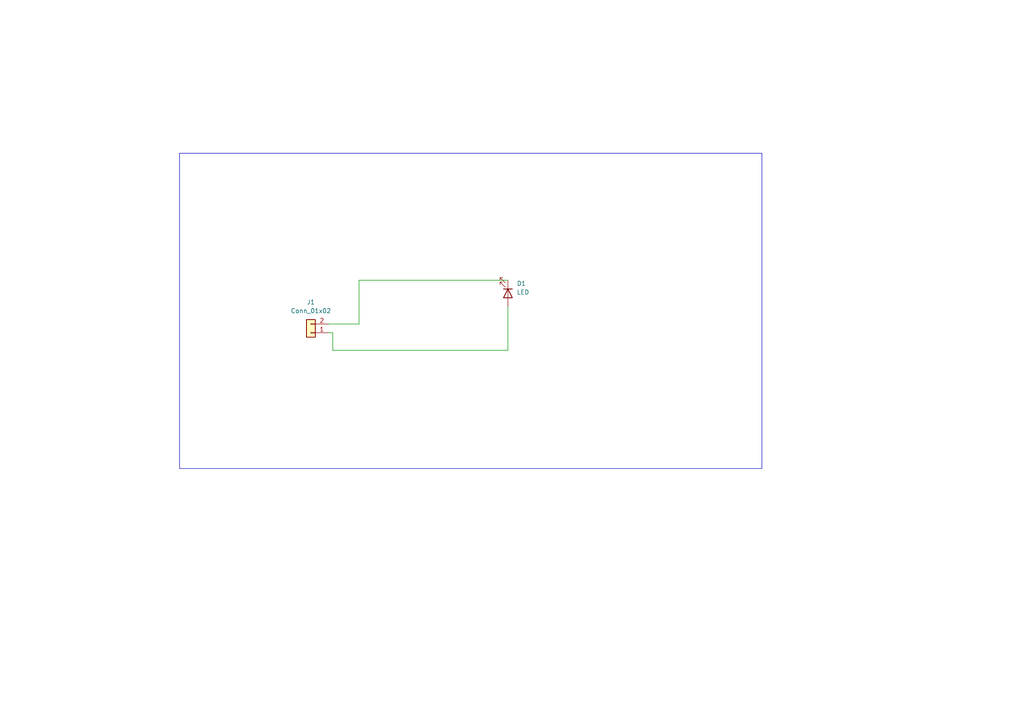
<source format=kicad_sch>
(kicad_sch (version 20230121) (generator eeschema)
  (paper "A4")
  (lib_symbols
    (symbol "Connector_Generic:Conn_01x02" (pin_names (offset 1.016) hide)
      (property "Reference" "J" (at 0 2.54 0))
      (property "Value" "Conn_01x02" (at 0 -5.08 0))
      (symbol "Conn_01x02_1_1"
        (rectangle (start -1.27 -2.413) (end 0 -2.667) (stroke (width 0.1524)))
        (rectangle (start -1.27 0.127) (end 0 -0.127) (stroke (width 0.1524)))
        (rectangle (start -1.27 1.27) (end 1.27 -3.81) (stroke (width 0.254)) (fill (type background)))
        (pin passive line (at -5.08 0 0) (length 3.81) (name "Pin_1") (number "1"))
        (pin passive line (at -5.08 -2.54 0) (length 3.81) (name "Pin_2") (number "2"))
      )
    )
    (symbol "Device:LED" (pin_numbers hide) (pin_names (offset 1.016) hide)
      (property "Reference" "D" (at 0 2.54 0))
      (property "Value" "LED" (at 0 -2.54 0))
      (symbol "LED_0_1"
        (polyline (pts (xy -1.27 -1.27) (xy -1.27 1.27)) (stroke (width 0.254)))
        (polyline (pts (xy -1.27 0) (xy 1.27 0)))
        (polyline (pts (xy 1.27 -1.27) (xy 1.27 1.27) (xy -1.27 0) (xy 1.27 -1.27)) (stroke (width 0.254)))
        (polyline (pts (xy -3.048 -0.762) (xy -4.572 -2.286) (xy -3.81 -2.286) (xy -4.572 -2.286) (xy -4.572 -1.524)))
        (polyline (pts (xy -1.778 -0.762) (xy -3.302 -2.286) (xy -2.54 -2.286) (xy -3.302 -2.286) (xy -3.302 -1.524)))
      )
      (symbol "LED_1_1"
        (pin passive line (at -3.81 0 0) (length 2.54) (name "K") (number "1"))
        (pin passive line (at 3.81 0 180) (length 2.54) (name "A") (number "2"))
      )
    )
  )
  (wire (pts (xy 95.25 93.98) (xy 104.14 93.98)))
  (wire (pts (xy 96.52 101.6) (xy 147.32 101.6)))
  (wire (pts (xy 104.14 81.28) (xy 147.32 81.28)))
  (wire (pts (xy 147.32 101.6) (xy 147.32 88.9)))
  (wire (pts (xy 96.52 96.52) (xy 96.52 101.6)))
  (wire (pts (xy 104.14 93.98) (xy 104.14 81.28)))
  (wire (pts (xy 95.25 96.52) (xy 96.52 96.52)))
  (rectangle (start 52.07 44.45) (end 220.98 135.89))
  (symbol (lib_id "Connector_Generic:Conn_01x02") (at 90.17 96.52 180) (unit 1)
    (property "Reference" "J1" (at 90.17 87.63 0))
    (property "Value" "Conn_01x02" (at 90.17 90.17 0))
  )
  (symbol (lib_id "Device:LED") (at 147.32 85.09 270) (unit 1)
    (property "Reference" "D1" (at 149.86 82.2325 90) (effects (justify left)))
    (property "Value" "LED" (at 149.86 84.7725 90) (effects (justify left)))
  )
)
</source>
